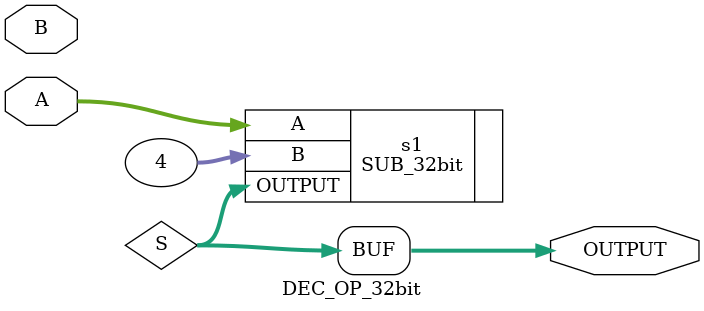
<source format=v>
`timescale 1ns / 1ps


module DEC_OP_32bit(
input [31:0] A,
input [31:0] B,
output[31:0] OUTPUT
    );
    wire [31:0]S;
    SUB_32bit s1(.A(A),.B(32'd4),.OUTPUT(S));
    assign OUTPUT=S;
endmodule

</source>
